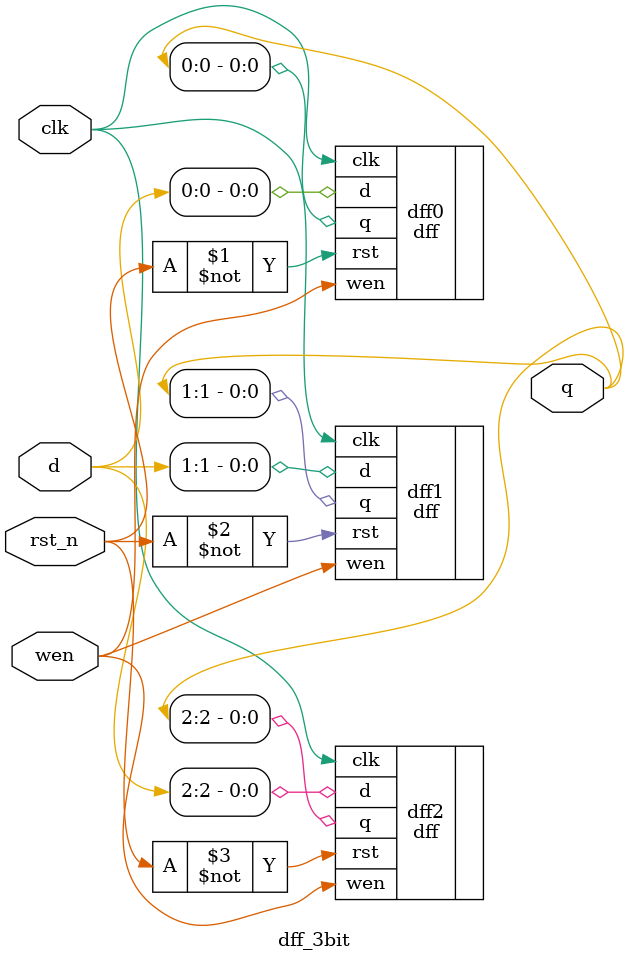
<source format=v>
module dff_3bit (q, d, wen, clk, rst_n);

    output [2:0]  q; //DFF output
    input  [2:0]  d; //DFF input
    input 	   wen; //Write Enable
    input          clk; //Clock
    input          rst_n; //Reset_n (used synchronously)

    dff dff0 (.q(q[0]),  .d(d[0]),  .wen(wen), .clk(clk), .rst(~rst_n));
    dff dff1 (.q(q[1]),  .d(d[1]),  .wen(wen), .clk(clk), .rst(~rst_n));
    dff dff2 (.q(q[2]),  .d(d[2]),  .wen(wen), .clk(clk), .rst(~rst_n));
    
endmodule

</source>
